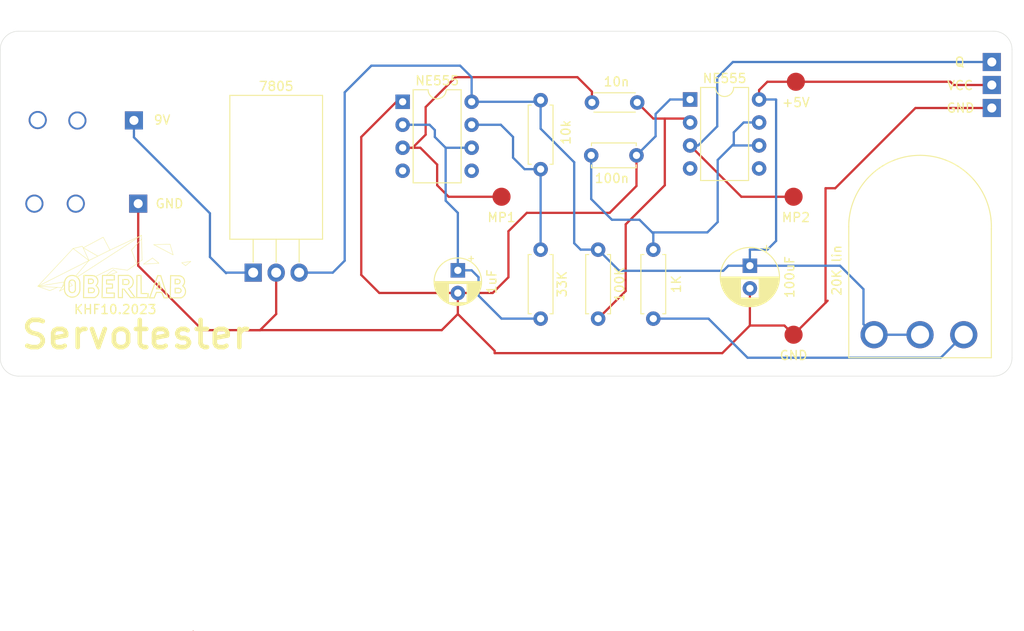
<source format=kicad_pcb>
(kicad_pcb (version 20221018) (generator pcbnew)
  (layers (0 "F.Cu" signal) (31 "B.Cu" signal) (34 "B.Paste" user) (35 "F.Paste" user) (36 "B.SilkS" user "B.Silkscreen") (37 "F.SilkS" user "F.Silkscreen") (38 "B.Mask" user) (39 "F.Mask" user) (44 "Edge.Cuts" user))
  (net 0 "")
  (net 1 "Net-(U3-THR)")
  (net 2 "Net-(U2-GND)")
  (net 3 "Net-(U4-TR)")
  (net 4 "Net-(U3-Q)")
  (net 5 "Net-(R4-Pad1)")
  (net 6 "Net-(U4-DIS)")
  (net 7 "Net-(U2-VO)")
  (net 8 "Net-(U3-DIS)")
  (net 9 "Net-(U1-LP_Vcc)")
  (net 12 "Net-(U4-Q)")
  (footprint "Capacitor_THT:C_Disc_D4.3mm_W1.9mm_P5.00mm" (layer "F.Cu") (at 95.758 87.884 180)
    (fp_text reference "10n" (at 2.286 2.286) (layer "F.SilkS"))
    (fp_text value "10n")
    (pad "1" thru_hole circle (at 0 0 180) (size 1.6 1.6) (drill 0.8) (layers "*.Cu" "*.Mask") (net 3 "Net-(U4-TR)"))
    (pad "2" thru_hole circle (at 5 0 180) (size 1.6 1.6) (drill 0.8) (layers "*.Cu" "*.Mask") (net 4 "Net-(U3-Q)"))
  )
  (footprint "Resistor_THT:R_Axial_DIN0207_L6.3mm_D2.5mm_P7.62mm_Horizontal" (layer "F.Cu") (at 85.09 87.63 -90)
    (fp_text reference "10k" (at 3.556 -2.794 -90) (layer "F.SilkS"))
    (fp_text value "10k")
    (pad "1" thru_hole circle (at 0 0 270) (size 1.6 1.6) (drill 0.8) (layers "*.Cu" "*.Mask") (net 7 "Net-(U2-VO)"))
    (pad "2" thru_hole oval (at 7.62 0 270) (size 1.6 1.6) (drill 0.8) (layers "*.Cu" "*.Mask") (net 8 "Net-(U3-DIS)"))
  )
  (footprint "Resistor_THT:R_Axial_DIN0207_L6.3mm_D2.5mm_P7.62mm_Horizontal" (layer "F.Cu") (at 85.09 104.14 -90)
    (fp_text reference "33K" (at 3.81 -2.37 90) (layer "F.SilkS"))
    (fp_text value "33k")
    (pad "1" thru_hole circle (at 0 0 270) (size 1.6 1.6) (drill 0.8) (layers "*.Cu" "*.Mask") (net 8 "Net-(U3-DIS)"))
    (pad "2" thru_hole oval (at 7.62 0 270) (size 1.6 1.6) (drill 0.8) (layers "*.Cu" "*.Mask") (net 1 "Net-(U3-THR)"))
  )
  (footprint "Resistor_THT:R_Axial_DIN0207_L6.3mm_D2.5mm_P7.62mm_Horizontal" (layer "F.Cu") (at 91.44 104.14 -90)
    (fp_text reference "100K" (at 3.81 -2.37 90) (layer "F.SilkS"))
    (fp_text value "100k")
    (pad "1" thru_hole circle (at 0 0 270) (size 1.6 1.6) (drill 0.8) (layers "*.Cu" "*.Mask") (net 7 "Net-(U2-VO)"))
    (pad "2" thru_hole oval (at 7.62 0 270) (size 1.6 1.6) (drill 0.8) (layers "*.Cu" "*.Mask") (net 3 "Net-(U4-TR)"))
  )
  (footprint "Resistor_THT:R_Axial_DIN0207_L6.3mm_D2.5mm_P7.62mm_Horizontal" (layer "F.Cu") (at 97.536 111.76 90)
    (fp_text reference "1K" (at 3.81 2.54 90) (layer "F.SilkS"))
    (fp_text value "R")
    (pad "1" thru_hole circle (at 0 0 90) (size 1.6 1.6) (drill 0.8) (layers "*.Cu" "*.Mask") (net 5 "Net-(R4-Pad1)"))
    (pad "2" thru_hole oval (at 7.62 0 90) (size 1.6 1.6) (drill 0.8) (layers "*.Cu" "*.Mask") (net 6 "Net-(U4-DIS)"))
  )
  (footprint "Package_DIP:DIP-8_W7.62mm" (layer "F.Cu") (at 69.85 87.8078)
    (fp_text reference "NE555" (at 3.81 -2.33) (layer "F.SilkS"))
    (fp_text value "NE555P")
    (pad "1" thru_hole rect (at 0 0) (size 1.6 1.6) (drill 0.8) (layers "*.Cu" "*.Mask") (net 2 "Net-(U2-GND)"))
    (pad "2" thru_hole oval (at 0 2.54) (size 1.6 1.6) (drill 0.8) (layers "*.Cu" "*.Mask") (net 1 "Net-(U3-THR)"))
    (pad "3" thru_hole oval (at 0 5.08) (size 1.6 1.6) (drill 0.8) (layers "*.Cu" "*.Mask") (net 4 "Net-(U3-Q)"))
    (pad "4" thru_hole oval (at 0 7.62) (size 1.6 1.6) (drill 0.8) (layers "*.Cu" "*.Mask"))
    (pad "5" thru_hole oval (at 7.62 7.62) (size 1.6 1.6) (drill 0.8) (layers "*.Cu" "*.Mask"))
    (pad "6" thru_hole oval (at 7.62 5.08) (size 1.6 1.6) (drill 0.8) (layers "*.Cu" "*.Mask") (net 1 "Net-(U3-THR)"))
    (pad "7" thru_hole oval (at 7.62 2.54) (size 1.6 1.6) (drill 0.8) (layers "*.Cu" "*.Mask") (net 8 "Net-(U3-DIS)"))
    (pad "8" thru_hole oval (at 7.62 0) (size 1.6 1.6) (drill 0.8) (layers "*.Cu" "*.Mask") (net 7 "Net-(U2-VO)"))
  )
  (footprint "Package_DIP:DIP-8_W7.62mm" (layer "F.Cu") (at 101.6 87.5538)
    (fp_text reference "NE555" (at 3.81 -2.33) (layer "F.SilkS"))
    (fp_text value "NE555P")
    (pad "1" thru_hole rect (at 0 0) (size 1.6 1.6) (drill 0.8) (layers "*.Cu" "*.Mask") (net 2 "Net-(U2-GND)"))
    (pad "2" thru_hole oval (at 0 2.54) (size 1.6 1.6) (drill 0.8) (layers "*.Cu" "*.Mask") (net 3 "Net-(U4-TR)"))
    (pad "3" thru_hole oval (at 0 5.08) (size 1.6 1.6) (drill 0.8) (layers "*.Cu" "*.Mask") (net 12 "Net-(U4-Q)"))
    (pad "4" thru_hole oval (at 0 7.62) (size 1.6 1.6) (drill 0.8) (layers "*.Cu" "*.Mask"))
    (pad "5" thru_hole oval (at 7.62 7.62) (size 1.6 1.6) (drill 0.8) (layers "*.Cu" "*.Mask"))
    (pad "6" thru_hole oval (at 7.62 5.08) (size 1.6 1.6) (drill 0.8) (layers "*.Cu" "*.Mask") (net 6 "Net-(U4-DIS)"))
    (pad "7" thru_hole oval (at 7.62 2.54) (size 1.6 1.6) (drill 0.8) (layers "*.Cu" "*.Mask") (net 6 "Net-(U4-DIS)"))
    (pad "8" thru_hole oval (at 7.62 0) (size 1.6 1.6) (drill 0.8) (layers "*.Cu" "*.Mask") (net 7 "Net-(U2-VO)"))
  )
  (footprint "!Goody:LP" (layer "F.Cu") (at 134.9248 83.4136)
    (fp_text reference "VCC" (at -3.5052 2.5908) (layer "F.SilkS"))
    (fp_text value "LP")
    (pad "1" thru_hole rect (at 0 0) (size 2 2) (drill 1) (layers "*.Cu" "*.Mask") (net 12 "Net-(U4-Q)"))
  )
  (footprint "!Goody:LP" (layer "F.Cu") (at 134.9248 85.9536)
    (fp_text reference "Q" (at -3.556 -2.54) (layer "F.SilkS"))
    (fp_text value "LP")
    (pad "1" thru_hole rect (at 0 0) (size 2 2) (drill 1) (layers "*.Cu" "*.Mask") (net 7 "Net-(U2-VO)"))
  )
  (footprint "!Goody:LP" (layer "F.Cu") (at 40.64 99.06)
    (fp_text reference "GND" (at 3.4544 0) (layer "F.SilkS"))
    (fp_text value "LP_GND")
    (pad "1" thru_hole rect (at 0 0) (size 2 2) (drill 1) (layers "*.Cu" "*.Mask") (net 2 "Net-(U2-GND)"))
  )
  (footprint "Package_TO_SOT_THT:TO-220-3_Horizontal_TabDown" (layer "F.Cu") (at 53.34 106.68)
    (fp_text reference "7805" (at 2.54 -20.58) (layer "F.SilkS"))
    (fp_text value "LM78L12_TO92")
    (pad "" np_thru_hole oval (at 2.54 -16.66) (size 3.5 3.5) (drill 3.5) (layers "*.Cu" "*.Mask"))
    (pad "1" thru_hole rect (at 0 0) (size 1.905 2) (drill 1.1) (layers "*.Cu" "*.Mask") (net 9 "Net-(U1-LP_Vcc)"))
    (pad "2" thru_hole oval (at 2.54 0) (size 1.905 2) (drill 1.1) (layers "*.Cu" "*.Mask") (net 2 "Net-(U2-GND)"))
    (pad "3" thru_hole oval (at 5.08 0) (size 1.905 2) (drill 1.1) (layers "*.Cu" "*.Mask") (net 7 "Net-(U2-VO)"))
  )
  (footprint "!Goody:LP" (layer "F.Cu") (at 40.1701 89.8652)
    (fp_text reference "9V" (at 3.1115 -0.0508) (layer "F.SilkS"))
    (fp_text value "LP_VCC")
    (pad "1" thru_hole rect (at 0 0) (size 2 2) (drill 1) (layers "*.Cu" "*.Mask") (net 9 "Net-(U1-LP_Vcc)"))
  )
  (footprint "!Goody:LP_rund" (layer "F.Cu") (at 29.5402 89.8271)
    (fp_text reference " " (at 2.54 -4) (layer "F.SilkS"))
    (fp_text value "LP_rund")
    (pad "1" thru_hole circle (at 0 0) (size 2 2) (drill 1.6) (layers "*.Cu" "*.Mask"))
  )
  (footprint "!Goody:LP_rund" (layer "F.Cu") (at 33.7439 99.06)
    (fp_text reference " " (at 2.54 -4) (layer "F.SilkS"))
    (fp_text value "LP_rund")
    (pad "1" thru_hole circle (at 0 0) (size 2 2) (drill 1.6) (layers "*.Cu" "*.Mask"))
  )
  (footprint "!Goody:LP" (layer "F.Cu") (at 134.9248 88.4936)
    (fp_text reference "GND" (at -3.4544 0) (layer "F.SilkS"))
    (fp_text value "LP")
    (pad "1" thru_hole rect (at 0 0) (size 2 2) (drill 1) (layers "*.Cu" "*.Mask") (net 2 "Net-(U2-GND)"))
  )
  (footprint "Capacitor_THT:CP_Radial_D5.0mm_P2.50mm" (layer "F.Cu") (at 75.946 106.426 -90)
    (fp_text reference "1uF" (at 1.25 -3.75 90) (layer "F.SilkS"))
    (fp_text value "1uF")
    (pad "1" thru_hole rect (at 0 0 270) (size 1.6 1.6) (drill 0.8) (layers "*.Cu" "*.Mask") (net 1 "Net-(U3-THR)"))
    (pad "2" thru_hole circle (at 2.5 0 270) (size 1.6 1.6) (drill 0.8) (layers "*.Cu" "*.Mask") (net 2 "Net-(U2-GND)"))
  )
  (footprint "Capacitor_THT:C_Disc_D4.7mm_W2.5mm_P5.00mm" (layer "F.Cu") (at 90.678 93.726)
    (fp_text reference "100n" (at 2.286 2.54) (layer "F.SilkS"))
    (fp_text value "100n")
    (pad "1" thru_hole circle (at 0 0) (size 1.6 1.6) (drill 0.8) (layers "*.Cu" "*.Mask") (net 6 "Net-(U4-DIS)"))
    (pad "2" thru_hole circle (at 5 0) (size 1.6 1.6) (drill 0.8) (layers "*.Cu" "*.Mask") (net 2 "Net-(U2-GND)"))
  )
  (footprint "Capacitor_THT:CP_Radial_D6.3mm_P2.50mm" (layer "F.Cu") (at 108.204 105.918 -90)
    (fp_text reference "100uF" (at 1.25 -4.4 90) (layer "F.SilkS"))
    (fp_text value "100uF")
    (pad "1" thru_hole rect (at 0 0 270) (size 1.6 1.6) (drill 0.8) (layers "*.Cu" "*.Mask") (net 7 "Net-(U2-VO)"))
    (pad "2" thru_hole circle (at 2.5 0 270) (size 1.6 1.6) (drill 0.8) (layers "*.Cu" "*.Mask") (net 2 "Net-(U2-GND)"))
  )
  (footprint "!Goody:ob-logo_F.SilkS" (layer "F.Cu") (at 38.1 107.188)
    (fp_text reference "G***" hide)
    (fp_text value "LOGO" hide)
  )
  (footprint "!Goody:LP" (layer "F.Cu") (at 80.772 98.298)
    (fp_text reference "LP")
    (fp_text value "LP")
    (pad "1" smd circle (at 0 0) (size 2 2) (layers "F.Cu" "F.Paste" "F.Mask") (net 4 "Net-(U3-Q)"))
  )
  (footprint "!Goody:LP" (layer "F.Cu") (at 113.03 98.298)
    (fp_text reference "LP")
    (fp_text value "LP")
    (pad "1" smd circle (at 0 0) (size 2 2) (layers "F.Cu" "F.Paste" "F.Mask") (net 12 "Net-(U4-Q)"))
  )
  (footprint "!Goody:LP" (layer "F.Cu") (at 113.284 85.598)
    (fp_text reference "LP")
    (fp_text value "LP")
    (pad "1" smd circle (at 0 0) (size 2 2) (layers "F.Cu" "F.Paste" "F.Mask") (net 7 "Net-(U2-VO)"))
  )
  (footprint "!Goody:LP" (layer "F.Cu") (at 121.92 113.538 90)
    (fp_text reference "20K lin" (at 7.112 -4.1148 90) (layer "F.SilkS"))
    (fp_text value "LP")
    (pad "1" thru_hole circle (at 0 0 90) (size 3 3) (drill 2) (layers "*.Cu" "*.Mask") (net 7 "Net-(U2-VO)"))
  )
  (footprint "!Goody:LP" (layer "F.Cu") (at 131.826 113.538)
    (fp_text reference "LP")
    (fp_text value "LP")
    (pad "1" thru_hole circle (at 0 0) (size 3 3) (drill 2) (layers "*.Cu" "*.Mask") (net 5 "Net-(R4-Pad1)"))
  )
  (footprint "!Goody:LP" (layer "F.Cu") (at 113.03 113.538)
    (fp_text reference "LP")
    (fp_text value "LP")
    (pad "1" smd circle (at 0 0) (size 2 2) (layers "F.Cu" "F.Paste" "F.Mask") (net 2 "Net-(U2-GND)"))
  )
  (footprint "!Goody:LP" (layer "F.Cu") (at 127 113.538)
    (fp_text reference "LP")
    (fp_text value "LP")
    (pad "1" thru_hole circle (at 0 0) (size 3 3) (drill 2) (layers "*.Cu" "*.Mask") (net 7 "Net-(U2-VO)"))
  )
  (footprint "!Goody:LP_rund" (layer "F.Cu") (at 33.9217 89.8779)
    (fp_text reference " " (at 2.54 -4) (layer "F.SilkS"))
    (fp_text value "LP_rund")
    (pad "1" thru_hole circle (at 0 0) (size 2 2) (drill 1.6) (layers "*.Cu" "*.Mask"))
  )
  (footprint "!Goody:LP_rund" (layer "F.Cu") (at 29.1719 99.06)
    (fp_text reference " " (at 2.54 -4) (layer "F.SilkS"))
    (fp_text value "LP_rund")
    (pad "1" thru_hole circle (at 0 0) (size 2 2) (drill 1.6) (layers "*.Cu" "*.Mask"))
  )
  (gr_line (start 119.126 116.078) (end 119.121905 101.600001) (stroke (width 0.12)) (layer "F.SilkS"))
  (gr_arc (start 119.121905 101.600001) (mid 127.127016 93.722929) (end 134.873999 101.853999) (stroke (width 0.12)) (layer "F.SilkS"))
  (gr_line (start 134.873999 101.853999) (end 134.874 116.078) (stroke (width 0.12)) (layer "F.SilkS"))
  (gr_line (start 134.874 116.078) (end 119.126 116.078) (stroke (width 0.12)) (layer "F.SilkS"))
  (gr_line (start 25.4 116.078) (end 25.4 82.042) (stroke (width 0.05)) (layer "Edge.Cuts"))
  (gr_arc (start 25.4 82.042) (mid 25.995159 80.605159) (end 27.432 80.01) (stroke (width 0.05)) (layer "Edge.Cuts"))
  (gr_line (start 137.16 82.042) (end 137.16 116.078) (stroke (width 0.05)) (layer "Edge.Cuts"))
  (gr_arc (start 135.128 80.01) (mid 136.564841 80.605159) (end 137.16 82.042) (stroke (width 0.05)) (layer "Edge.Cuts"))
  (gr_line (start 135.128 118.11) (end 27.432 118.11) (stroke (width 0.05)) (layer "Edge.Cuts"))
  (gr_arc (start 137.16 116.078) (mid 136.564841 117.514841) (end 135.128 118.11) (stroke (width 0.05)) (layer "Edge.Cuts"))
  (gr_arc (start 27.432 118.11) (mid 25.995159 117.514841) (end 25.4 116.078) (stroke (width 0.05)) (layer "Edge.Cuts"))
  (gr_line (start 27.432 80.01) (end 135.128 80.01) (stroke (width 0.05)) (layer "Edge.Cuts"))
  (gr_text "MP2" (at 113.284 100.584) (layer "F.SilkS") (effects (font (size 1 1))))
  (gr_text "+5V" (at 113.284 87.884) (layer "F.SilkS") (effects (font (size 1 1))))
  (gr_text "KHF10.2023" (at 38.1 110.744) (layer "F.SilkS") (effects (font (size 1 1))))
  (gr_text "Servotester" (at 40.386 113.538) (layer "F.SilkS") (effects (font (size 3 3) (thickness 0.5))))
  (gr_text "GND" (at 113.03 115.824) (layer "F.SilkS") (effects (font (size 1 1))))
  (gr_text "MP1" (at 80.772 100.584) (layer "F.SilkS") (effects (font (size 1 1))))
  (segment (start 74.5998 98.7298) (end 74.5998 92.8878) (width 0.25) (layer "B.Cu") (net 1))
  (segment (start 78.232 109.22) (end 78.232 107.188) (width 0.25) (layer "B.Cu") (net 1))
  (segment (start 74.5998 92.8878) (end 73.406 91.694) (width 0.25) (layer "B.Cu") (net 1))
  (segment (start 75.946 100.076) (end 74.5998 98.7298) (width 0.25) (layer "B.Cu") (net 1))
  (segment (start 78.232 107.188) (end 77.47 106.426) (width 0.25) (layer "B.Cu") (net 1))
  (segment (start 77.47 92.8878) (end 74.5998 92.8878) (width 0.25) (layer "B.Cu") (net 1))
  (segment (start 80.772 111.76) (end 78.232 109.22) (width 0.25) (layer "B.Cu") (net 1))
  (segment (start 73.406 91.694) (end 73.406 90.932) (width 0.25) (layer "B.Cu") (net 1))
  (segment (start 73.406 90.932) (end 72.8218 90.3478) (width 0.25) (layer "B.Cu") (net 1))
  (segment (start 77.47 106.426) (end 75.946 106.426) (width 0.25) (layer "B.Cu") (net 1))
  (segment (start 72.8218 90.3478) (end 69.85 90.3478) (width 0.25) (layer "B.Cu") (net 1))
  (segment (start 85.09 111.76) (end 80.772 111.76) (width 0.25) (layer "B.Cu") (net 1))
  (segment (start 75.946 106.426) (end 75.946 100.076) (width 0.25) (layer "B.Cu") (net 1))
  (segment (start 92.71 100.076) (end 83.566 100.076) (width 0.25) (layer "F.Cu") (net 2))
  (segment (start 80.01 115.316) (end 75.946 111.252) (width 0.25) (layer "F.Cu") (net 2))
  (segment (start 52.578 113.03) (end 54.102 113.03) (width 0.25) (layer "F.Cu") (net 2))
  (segment (start 108.204 112.522) (end 105.156 115.57) (width 0.25) (layer "F.Cu") (net 2))
  (segment (start 40.64 105.918) (end 47.752 113.03) (width 0.25) (layer "F.Cu") (net 2))
  (segment (start 40.64 99.06) (end 40.64 105.918) (width 0.25) (layer "F.Cu") (net 2))
  (segment (start 117.6274 97.3582) (end 116.5606 97.3582) (width 0.25) (layer "F.Cu") (net 2))
  (segment (start 116.5606 97.3582) (end 116.5606 110.0074) (width 0.25) (layer "F.Cu") (net 2))
  (segment (start 55.88 111.252) (end 55.88 106.68) (width 0.25) (layer "F.Cu") (net 2))
  (segment (start 113.03 113.538) (end 116.5606 110.0074) (width 0.25) (layer "F.Cu") (net 2))
  (segment (start 108.204 112.522) (end 112.014 112.522) (width 0.25) (layer "F.Cu") (net 2))
  (segment (start 65.278 91.694) (end 65.278 106.934) (width 0.25) (layer "F.Cu") (net 2))
  (segment (start 80.01 115.57) (end 80.01 115.316) (width 0.25) (layer "F.Cu") (net 2))
  (segment (start 134.9248 88.4936) (end 126.492 88.4936) (width 0.25) (layer "F.Cu") (net 2))
  (segment (start 75.946 108.926) (end 75.946 111.252) (width 0.25) (layer "F.Cu") (net 2))
  (segment (start 95.678 97.108) (end 92.71 100.076) (width 0.25) (layer "F.Cu") (net 2))
  (segment (start 105.156 115.57) (end 80.01 115.57) (width 0.25) (layer "F.Cu") (net 2))
  (segment (start 108.204 108.418) (end 108.204 112.522) (width 0.25) (layer "F.Cu") (net 2))
  (segment (start 54.102 113.03) (end 55.88 111.252) (width 0.25) (layer "F.Cu") (net 2))
  (segment (start 69.1642 87.8078) (end 65.278 91.694) (width 0.25) (layer "F.Cu") (net 2))
  (segment (start 108.204 108.204) (end 108.204 108.418) (width 0.25) (layer "F.Cu") (net 2))
  (segment (start 95.678 93.726) (end 95.678 97.108) (width 0.25) (layer "F.Cu") (net 2))
  (segment (start 116.5606 110.0074) (end 116.7892 109.7788) (width 0.25) (layer "F.Cu") (net 2))
  (segment (start 47.752 113.03) (end 52.578 113.03) (width 0.25) (layer "F.Cu") (net 2))
  (segment (start 69.85 87.8078) (end 69.1642 87.8078) (width 0.25) (layer "F.Cu") (net 2))
  (segment (start 79.796 108.926) (end 75.946 108.926) (width 0.25) (layer "F.Cu") (net 2))
  (segment (start 74.168 113.03) (end 52.578 113.03) (width 0.25) (layer "F.Cu") (net 2))
  (segment (start 81.534 102.108) (end 81.534 107.188) (width 0.25) (layer "F.Cu") (net 2))
  (segment (start 126.492 88.4936) (end 117.6274 97.3582) (width 0.25) (layer "F.Cu") (net 2))
  (segment (start 112.014 112.522) (end 113.03 113.538) (width 0.25) (layer "F.Cu") (net 2))
  (segment (start 83.566 100.076) (end 81.534 102.108) (width 0.25) (layer "F.Cu") (net 2))
  (segment (start 65.278 106.934) (end 67.27 108.926) (width 0.25) (layer "F.Cu") (net 2))
  (segment (start 75.946 111.252) (end 74.168 113.03) (width 0.25) (layer "F.Cu") (net 2))
  (segment (start 81.534 107.188) (end 79.796 108.926) (width 0.25) (layer "F.Cu") (net 2))
  (segment (start 67.27 108.926) (end 75.946 108.926) (width 0.25) (layer "F.Cu") (net 2))
  (segment (start 97.79 89.154) (end 97.79 91.614) (width 0.25) (layer "B.Cu") (net 2))
  (segment (start 97.79 91.614) (end 95.678 93.726) (width 0.25) (layer "B.Cu") (net 2))
  (segment (start 101.6 87.5538) (end 99.3902 87.5538) (width 0.25) (layer "B.Cu") (net 2))
  (segment (start 99.3902 87.5538) (end 97.79 89.154) (width 0.25) (layer "B.Cu") (net 2))
  (segment (start 98.806 97.028) (end 98.806 89.662) (width 0.25) (layer "F.Cu") (net 3))
  (segment (start 91.44 111.76) (end 94.488 108.712) (width 0.25) (layer "F.Cu") (net 3))
  (segment (start 94.488 108.712) (end 94.488 101.346) (width 0.25) (layer "F.Cu") (net 3))
  (segment (start 101.1682 89.662) (end 101.6 90.0938) (width 0.25) (layer "F.Cu") (net 3))
  (segment (start 94.488 101.346) (end 98.806 97.028) (width 0.25) (layer "F.Cu") (net 3))
  (segment (start 98.806 89.662) (end 101.1682 89.662) (width 0.25) (layer "F.Cu") (net 3))
  (segment (start 97.536 89.662) (end 98.806 89.662) (width 0.25) (layer "F.Cu") (net 3))
  (segment (start 95.758 87.884) (end 97.536 89.662) (width 0.25) (layer "F.Cu") (net 3))
  (segment (start 90.758 87.884) (end 90.758 86.694) (width 0.25) (layer "F.Cu") (net 4))
  (segment (start 74.93 98.298) (end 80.772 98.298) (width 0.25) (layer "F.Cu") (net 4))
  (segment (start 89.154 85.09) (end 75.692 85.09) (width 0.25) (layer "F.Cu") (net 4))
  (segment (start 75.692 85.09) (end 72.39 88.392) (width 0.25) (layer "F.Cu") (net 4))
  (segment (start 72.39 91.44) (end 70.9422 92.8878) (width 0.25) (layer "F.Cu") (net 4))
  (segment (start 90.758 86.694) (end 89.154 85.09) (width 0.25) (layer "F.Cu") (net 4))
  (segment (start 71.8058 92.8878) (end 73.66 94.742) (width 0.25) (layer "F.Cu") (net 4))
  (segment (start 73.66 94.742) (end 73.66 97.028) (width 0.25) (layer "F.Cu") (net 4))
  (segment (start 73.66 97.028) (end 74.93 98.298) (width 0.25) (layer "F.Cu") (net 4))
  (segment (start 72.39 88.392) (end 72.39 91.44) (width 0.25) (layer "F.Cu") (net 4))
  (segment (start 70.9422 92.8878) (end 71.8058 92.8878) (width 0.25) (layer "F.Cu") (net 4))
  (segment (start 70.9422 92.8878) (end 69.85 92.8878) (width 0.25) (layer "F.Cu") (net 4))
  (segment (start 97.536 111.76) (end 103.632 111.76) (width 0.25) (layer "B.Cu") (net 5))
  (segment (start 103.632 111.76) (end 107.95 116.078) (width 0.25) (layer "B.Cu") (net 5))
  (segment (start 107.95 116.078) (end 129.286 116.078) (width 0.25) (layer "B.Cu") (net 5))
  (segment (start 129.286 116.078) (end 131.826 113.538) (width 0.25) (layer "B.Cu") (net 5))
  (segment (start 92.964 100.838) (end 96.012 100.838) (width 0.25) (layer "B.Cu") (net 6))
  (segment (start 97.409 102.235) (end 97.536 102.362) (width 0.25) (layer "B.Cu") (net 6))
  (segment (start 106.426 91.186) (end 106.426 92.456) (width 0.25) (layer "B.Cu") (net 6))
  (segment (start 104.648 94.234) (end 104.648 101.092) (width 0.25) (layer "B.Cu") (net 6))
  (segment (start 97.536 102.362) (end 97.536 104.14) (width 0.25) (layer "B.Cu") (net 6))
  (segment (start 103.505 102.235) (end 97.409 102.235) (width 0.25) (layer "B.Cu") (net 6))
  (segment (start 107.5182 90.0938) (end 106.426 91.186) (width 0.25) (layer "B.Cu") (net 6))
  (segment (start 104.648 101.092) (end 103.505 102.235) (width 0.25) (layer "B.Cu") (net 6))
  (segment (start 109.22 92.6338) (end 106.2482 92.6338) (width 0.25) (layer "B.Cu") (net 6))
  (segment (start 106.2482 92.6338) (end 104.648 94.234) (width 0.25) (layer "B.Cu") (net 6))
  (segment (start 90.678 98.552) (end 92.964 100.838) (width 0.25) (layer "B.Cu") (net 6))
  (segment (start 106.426 92.456) (end 106.2482 92.6338) (width 0.25) (layer "B.Cu") (net 6))
  (segment (start 109.22 90.0938) (end 107.5182 90.0938) (width 0.25) (layer "B.Cu") (net 6))
  (segment (start 90.678 93.726) (end 90.678 98.552) (width 0.25) (layer "B.Cu") (net 6))
  (segment (start 96.012 100.838) (end 97.409 102.235) (width 0.25) (layer "B.Cu") (net 6))
  (segment (start 113.284 85.598) (end 110.1344 85.598) (width 0.25) (layer "F.Cu") (net 7))
  (segment (start 130.7084 85.9536) (end 134.9248 85.9536) (width 0.25) (layer "F.Cu") (net 7))
  (segment (start 130.3528 85.598) (end 130.7084 85.9536) (width 0.25) (layer "F.Cu") (net 7))
  (segment (start 110.1344 85.598) (end 109.22 86.5124) (width 0.25) (layer "F.Cu") (net 7))
  (segment (start 113.284 85.598) (end 130.3528 85.598) (width 0.25) (layer "F.Cu") (net 7))
  (segment (start 109.22 86.5124) (end 109.22 87.5538) (width 0.25) (layer "F.Cu") (net 7))
  (segment (start 76.2 83.82) (end 66.3956 83.82) (width 0.25) (layer "B.Cu") (net 7))
  (segment (start 118.1608 105.918) (end 108.204 105.918) (width 0.25) (layer "B.Cu") (net 7))
  (segment (start 121.92 113.538) (end 120.7516 112.3696) (width 0.25) (layer "B.Cu") (net 7))
  (segment (start 105.2576 106.4768) (end 105.8164 105.918) (width 0.25) (layer "B.Cu") (net 7))
  (segment (start 109.22 87.5538) (end 111.0742 87.5538) (width 0.25) (layer "B.Cu") (net 7))
  (segment (start 63.4492 86.7664) (end 63.4492 105.3592) (width 0.25) (layer "B.Cu") (net 7))
  (segment (start 105.8164 105.918) (end 108.204 105.918) (width 0.25) (layer "B.Cu") (net 7))
  (segment (start 85.09 90.7796) (end 88.7984 94.488) (width 0.25) (layer "B.Cu") (net 7))
  (segment (start 77.47 87.8078) (end 84.9122 87.8078) (width 0.25) (layer "B.Cu") (net 7))
  (segment (start 110.1344 104.14) (end 108.204 104.14) (width 0.25) (layer "B.Cu") (net 7))
  (segment (start 111.0996 103.1748) (end 110.1344 104.14) (width 0.25) (layer "B.Cu") (net 7))
  (segment (start 93.7768 106.4768) (end 105.2576 106.4768) (width 0.25) (layer "B.Cu") (net 7))
  (segment (start 77.47 87.8078) (end 77.47 85.09) (width 0.25) (layer "B.Cu") (net 7))
  (segment (start 120.7516 108.5088) (end 118.1608 105.918) (width 0.25) (layer "B.Cu") (net 7))
  (segment (start 120.7516 112.3696) (end 120.7516 108.5088) (width 0.25) (layer "B.Cu") (net 7))
  (segment (start 108.204 105.918) (end 108.204 104.14) (width 0.25) (layer "B.Cu") (net 7))
  (segment (start 62.1284 106.68) (end 58.42 106.68) (width 0.25) (layer "B.Cu") (net 7))
  (segment (start 111.0742 87.5538) (end 111.0996 87.5792) (width 0.25) (layer "B.Cu") (net 7))
  (segment (start 63.4492 105.3592) (end 62.1284 106.68) (width 0.25) (layer "B.Cu") (net 7))
  (segment (start 85.09 87.63) (end 85.09 90.7796) (width 0.25) (layer "B.Cu") (net 7))
  (segment (start 84.9122 87.8078) (end 85.09 87.63) (width 0.25) (layer "B.Cu") (net 7))
  (segment (start 127 113.538) (end 121.92 113.538) (width 0.25) (layer "B.Cu") (net 7))
  (segment (start 77.47 85.09) (end 76.2 83.82) (width 0.25) (layer "B.Cu") (net 7))
  (segment (start 88.7984 94.488) (end 88.7984 103.4288) (width 0.25) (layer "B.Cu") (net 7))
  (segment (start 111.0996 87.5792) (end 111.0996 103.1748) (width 0.25) (layer "B.Cu") (net 7))
  (segment (start 89.5096 104.14) (end 91.44 104.14) (width 0.25) (layer "B.Cu") (net 7))
  (segment (start 66.3956 83.82) (end 63.4492 86.7664) (width 0.25) (layer "B.Cu") (net 7))
  (segment (start 88.7984 103.4288) (end 89.5096 104.14) (width 0.25) (layer "B.Cu") (net 7))
  (segment (start 91.44 104.14) (end 93.7768 106.4768) (width 0.25) (layer "B.Cu") (net 7))
  (segment (start 85.09 104.14) (end 85.09 95.25) (width 0.25) (layer "B.Cu") (net 8))
  (segment (start 83.312 95.25) (end 85.09 95.25) (width 0.25) (layer "B.Cu") (net 8))
  (segment (start 82.042 93.98) (end 83.312 95.25) (width 0.25) (layer "B.Cu") (net 8))
  (segment (start 82.042 91.694) (end 82.042 93.98) (width 0.25) (layer "B.Cu") (net 8))
  (segment (start 80.6958 90.3478) (end 82.042 91.694) (width 0.25) (layer "B.Cu") (net 8))
  (segment (start 77.47 90.3478) (end 80.6958 90.3478) (width 0.25) (layer "B.Cu") (net 8))
  (segment (start 40.1701 91.7321) (end 48.5648 100.1268) (width 0.25) (layer "B.Cu") (net 9))
  (segment (start 50.3428 106.7308) (end 50.3936 106.68) (width 0.25) (layer "B.Cu") (net 9))
  (segment (start 48.5648 104.9528) (end 50.3428 106.7308) (width 0.25) (layer "B.Cu") (net 9))
  (segment (start 50.3936 106.68) (end 53.34 106.68) (width 0.25) (layer "B.Cu") (net 9))
  (segment (start 40.1701 89.8652) (end 40.1701 91.7321) (width 0.25) (layer "B.Cu") (net 9))
  (segment (start 48.5648 100.1268) (end 48.5648 104.9528) (width 0.25) (layer "B.Cu") (net 9))
  (segment (start 101.6 92.6338) (end 107.2642 98.298) (width 0.25) (layer "F.Cu") (net 12))
  (segment (start 107.2642 98.298) (end 113.03 98.298) (width 0.25) (layer "F.Cu") (net 12))
  (segment (start 102.489 92.6338) (end 104.5972 90.5256) (width 0.25) (layer "B.Cu") (net 12))
  (segment (start 106.3244 83.4136) (end 134.9248 83.4136) (width 0.25) (layer "B.Cu") (net 12))
  (segment (start 104.5972 85.1408) (end 106.3244 83.4136) (width 0.25) (layer "B.Cu") (net 12))
  (segment (start 104.5972 90.5256) (end 104.5972 85.1408) (width 0.25) (layer "B.Cu") (net 12))
  (segment (start 101.6 92.6338) (end 102.489 92.6338) (width 0.25) (layer "B.Cu") (net 12))
)
</source>
